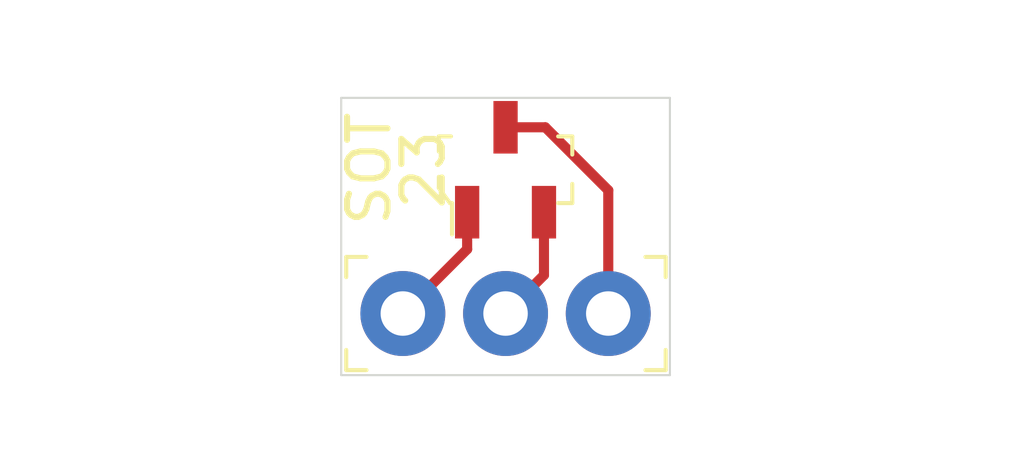
<source format=kicad_pcb>
(kicad_pcb (version 20171130) (host pcbnew 5.1.6-1.fc32)

  (general
    (thickness 1.6)
    (drawings 4)
    (tracks 7)
    (zones 0)
    (modules 2)
    (nets 1)
  )

  (page A4)
  (layers
    (0 F.Cu signal)
    (31 B.Cu signal)
    (32 B.Adhes user)
    (33 F.Adhes user)
    (34 B.Paste user)
    (35 F.Paste user)
    (36 B.SilkS user)
    (37 F.SilkS user)
    (38 B.Mask user)
    (39 F.Mask user)
    (40 Dwgs.User user)
    (41 Cmts.User user)
    (42 Eco1.User user)
    (43 Eco2.User user)
    (44 Edge.Cuts user)
    (45 Margin user)
    (46 B.CrtYd user)
    (47 F.CrtYd user)
    (48 B.Fab user)
    (49 F.Fab user)
  )

  (setup
    (last_trace_width 0.25)
    (trace_clearance 0.2)
    (zone_clearance 0.508)
    (zone_45_only no)
    (trace_min 0.2)
    (via_size 0.8)
    (via_drill 0.4)
    (via_min_size 0.4)
    (via_min_drill 0.3)
    (uvia_size 0.3)
    (uvia_drill 0.1)
    (uvias_allowed no)
    (uvia_min_size 0.2)
    (uvia_min_drill 0.1)
    (edge_width 0.05)
    (segment_width 0.2)
    (pcb_text_width 0.3)
    (pcb_text_size 1.5 1.5)
    (mod_edge_width 0.12)
    (mod_text_size 1 1)
    (mod_text_width 0.15)
    (pad_size 1.524 1.524)
    (pad_drill 0.762)
    (pad_to_mask_clearance 0.05)
    (aux_axis_origin 0 0)
    (visible_elements FFFFFF7F)
    (pcbplotparams
      (layerselection 0x010fc_ffffffff)
      (usegerberextensions false)
      (usegerberattributes true)
      (usegerberadvancedattributes true)
      (creategerberjobfile true)
      (excludeedgelayer true)
      (linewidth 0.100000)
      (plotframeref false)
      (viasonmask false)
      (mode 1)
      (useauxorigin false)
      (hpglpennumber 1)
      (hpglpenspeed 20)
      (hpglpendiameter 15.000000)
      (psnegative false)
      (psa4output false)
      (plotreference true)
      (plotvalue true)
      (plotinvisibletext false)
      (padsonsilk false)
      (subtractmaskfromsilk false)
      (outputformat 1)
      (mirror false)
      (drillshape 1)
      (scaleselection 1)
      (outputdirectory ""))
  )

  (net 0 "")

  (net_class Default "This is the default net class."
    (clearance 0.2)
    (trace_width 0.25)
    (via_dia 0.8)
    (via_drill 0.4)
    (uvia_dia 0.3)
    (uvia_drill 0.1)
  )

  (module digikey-footprints:PinHeader_1x3_P2.54_Drill1.1mm (layer F.Cu) (tedit 5A4528F9) (tstamp 5F7304BC)
    (at 142.494 60.96)
    (fp_text reference 23 (at 0.508 -3.556 90) (layer F.SilkS)
      (effects (font (size 1 1) (thickness 0.15)))
    )
    (fp_text value PinHeader_1x3_P2.54_Drill1.1mm (at 2.71 2.7) (layer F.Fab)
      (effects (font (size 1 1) (thickness 0.15)))
    )
    (fp_line (start -1.52 1.52) (end 6.6 1.52) (layer F.CrtYd) (width 0.05))
    (fp_line (start 6.6 -1.52) (end 6.6 1.52) (layer F.CrtYd) (width 0.05))
    (fp_line (start -1.52 -1.52) (end -1.52 1.52) (layer F.CrtYd) (width 0.05))
    (fp_line (start -1.52 -1.52) (end 6.6 -1.52) (layer F.CrtYd) (width 0.05))
    (fp_line (start 6.5 1.4) (end 6.5 0.9) (layer F.SilkS) (width 0.1))
    (fp_line (start 6.5 1.4) (end 6 1.4) (layer F.SilkS) (width 0.1))
    (fp_line (start -1.4 1.4) (end -0.9 1.4) (layer F.SilkS) (width 0.1))
    (fp_line (start -1.4 1.4) (end -1.4 0.9) (layer F.SilkS) (width 0.1))
    (fp_line (start -1.4 -1.4) (end -1.4 -0.9) (layer F.SilkS) (width 0.1))
    (fp_line (start -1.4 -1.4) (end -0.9 -1.4) (layer F.SilkS) (width 0.1))
    (fp_line (start 6.5 -1.4) (end 6.5 -0.9) (layer F.SilkS) (width 0.1))
    (fp_line (start 6.5 -1.4) (end 6 -1.4) (layer F.SilkS) (width 0.1))
    (fp_line (start -1.27 1.27) (end 6.35 1.27) (layer F.Fab) (width 0.1))
    (fp_line (start -1.27 -1.27) (end -1.27 1.27) (layer F.Fab) (width 0.1))
    (fp_line (start 6.35 -1.27) (end 6.35 1.27) (layer F.Fab) (width 0.1))
    (fp_line (start -1.27 -1.27) (end 6.35 -1.27) (layer F.Fab) (width 0.1))
    (pad 3 thru_hole circle (at 5.08 0) (size 2.1 2.1) (drill 1.1) (layers *.Cu *.Mask))
    (pad 2 thru_hole circle (at 2.54 0) (size 2.1 2.1) (drill 1.1) (layers *.Cu *.Mask))
    (pad 1 thru_hole circle (at 0 0) (size 2.1 2.1) (drill 1.1) (layers *.Cu *.Mask))
  )

  (module digikey-footprints:SOT-23-3 (layer F.Cu) (tedit 5D28A5E3) (tstamp 5F730341)
    (at 145.034 57.404 90)
    (attr smd)
    (fp_text reference SOT (at 0.025 -3.375 90) (layer F.SilkS)
      (effects (font (size 1 1) (thickness 0.15)))
    )
    (fp_text value SOT-23-3 (at 0.025 3.25 90) (layer F.Fab)
      (effects (font (size 1 1) (thickness 0.15)))
    )
    (fp_text user %R (at -0.125 0.15 90) (layer F.Fab)
      (effects (font (size 0.25 0.25) (thickness 0.05)))
    )
    (fp_line (start -1.825 -1.95) (end 1.825 -1.95) (layer F.CrtYd) (width 0.05))
    (fp_line (start -1.825 -1.95) (end -1.825 1.95) (layer F.CrtYd) (width 0.05))
    (fp_line (start 1.825 1.95) (end -1.825 1.95) (layer F.CrtYd) (width 0.05))
    (fp_line (start 1.825 -1.95) (end 1.825 1.95) (layer F.CrtYd) (width 0.05))
    (fp_line (start -0.175 -1.65) (end -0.45 -1.65) (layer F.SilkS) (width 0.1))
    (fp_line (start -0.45 -1.65) (end -0.825 -1.375) (layer F.SilkS) (width 0.1))
    (fp_line (start -0.825 -1.375) (end -0.825 -1.325) (layer F.SilkS) (width 0.1))
    (fp_line (start -0.825 -1.325) (end -1.6 -1.325) (layer F.SilkS) (width 0.1))
    (fp_line (start -0.7 -1.325) (end -0.7 1.525) (layer F.Fab) (width 0.1))
    (fp_line (start -0.425 -1.525) (end 0.7 -1.525) (layer F.Fab) (width 0.1))
    (fp_line (start -0.425 -1.525) (end -0.7 -1.325) (layer F.Fab) (width 0.1))
    (fp_line (start -0.35 1.65) (end -0.825 1.65) (layer F.SilkS) (width 0.1))
    (fp_line (start -0.825 1.65) (end -0.825 1.3) (layer F.SilkS) (width 0.1))
    (fp_line (start 0.825 1.425) (end 0.825 1.3) (layer F.SilkS) (width 0.1))
    (fp_line (start 0.825 1.35) (end 0.825 1.65) (layer F.SilkS) (width 0.1))
    (fp_line (start 0.825 1.65) (end 0.375 1.65) (layer F.SilkS) (width 0.1))
    (fp_line (start 0.45 -1.65) (end 0.825 -1.65) (layer F.SilkS) (width 0.1))
    (fp_line (start 0.825 -1.65) (end 0.825 -1.35) (layer F.SilkS) (width 0.1))
    (fp_line (start -0.7 1.52) (end 0.7 1.52) (layer F.Fab) (width 0.1))
    (fp_line (start 0.7 1.52) (end 0.7 -1.52) (layer F.Fab) (width 0.1))
    (pad 1 smd rect (at -1.05 -0.95 90) (size 1.3 0.6) (layers F.Cu F.Paste F.Mask)
      (solder_mask_margin 0.07))
    (pad 2 smd rect (at -1.05 0.95 90) (size 1.3 0.6) (layers F.Cu F.Paste F.Mask)
      (solder_mask_margin 0.07))
    (pad 3 smd rect (at 1.05 0 90) (size 1.3 0.6) (layers F.Cu F.Paste F.Mask)
      (solder_mask_margin 0.07))
  )

  (gr_line (start 140.97 62.484) (end 140.97 55.626) (layer Edge.Cuts) (width 0.05) (tstamp 5F7304F4))
  (gr_line (start 149.098 62.484) (end 140.97 62.484) (layer Edge.Cuts) (width 0.05))
  (gr_line (start 149.098 55.626) (end 149.098 62.484) (layer Edge.Cuts) (width 0.05))
  (gr_line (start 140.97 55.626) (end 149.098 55.626) (layer Edge.Cuts) (width 0.05))

  (segment (start 144.084 59.37) (end 142.494 60.96) (width 0.25) (layer F.Cu) (net 0))
  (segment (start 144.084 58.454) (end 144.084 59.37) (width 0.25) (layer F.Cu) (net 0))
  (segment (start 145.984 60.01) (end 145.034 60.96) (width 0.25) (layer F.Cu) (net 0))
  (segment (start 145.984 58.454) (end 145.984 60.01) (width 0.25) (layer F.Cu) (net 0))
  (segment (start 145.034 56.354) (end 146.016 56.354) (width 0.25) (layer F.Cu) (net 0))
  (segment (start 147.574 57.912) (end 147.574 60.96) (width 0.25) (layer F.Cu) (net 0))
  (segment (start 146.016 56.354) (end 147.574 57.912) (width 0.25) (layer F.Cu) (net 0))

)

</source>
